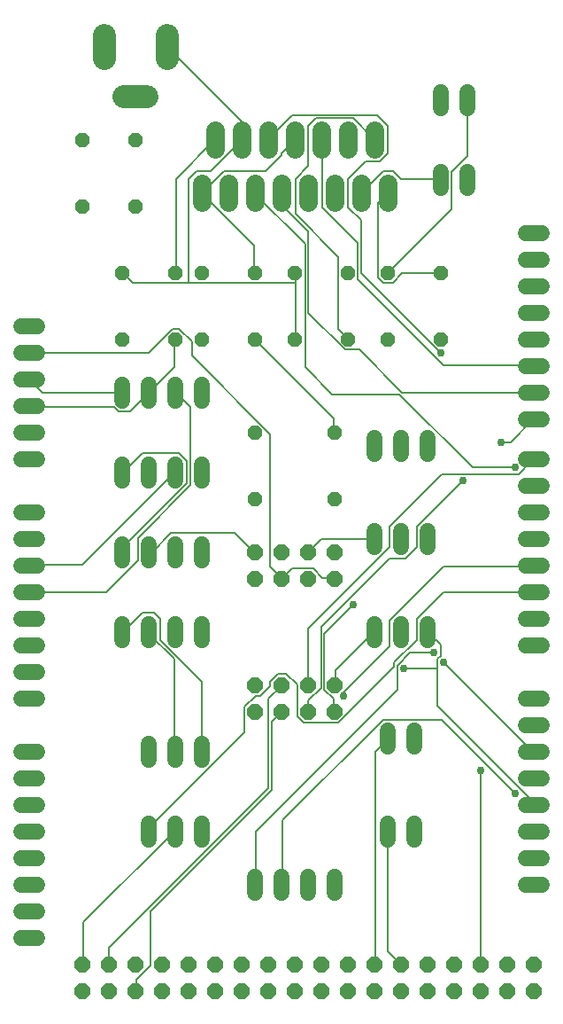
<source format=gbl>
G75*
%MOIN*%
%OFA0B0*%
%FSLAX25Y25*%
%IPPOS*%
%LPD*%
%AMOC8*
5,1,8,0,0,1.08239X$1,22.5*
%
%ADD10OC8,0.05200*%
%ADD11C,0.07087*%
%ADD12C,0.06000*%
%ADD13OC8,0.06000*%
%ADD14C,0.08600*%
%ADD15C,0.00600*%
%ADD16C,0.02978*%
D10*
X0100000Y0206300D03*
X0100000Y0231300D03*
X0100000Y0266300D03*
X0100000Y0291300D03*
X0115000Y0291300D03*
X0115000Y0266300D03*
X0135000Y0266300D03*
X0135000Y0291300D03*
X0150000Y0291300D03*
X0150000Y0266300D03*
X0170000Y0266300D03*
X0170000Y0291300D03*
X0130000Y0231300D03*
X0130000Y0206300D03*
X0080000Y0266300D03*
X0070000Y0266300D03*
X0070000Y0291300D03*
X0080000Y0291300D03*
X0055000Y0316300D03*
X0050000Y0291300D03*
X0050000Y0266300D03*
X0035000Y0316300D03*
X0035000Y0341300D03*
X0055000Y0341300D03*
D11*
X0080000Y0324843D02*
X0080000Y0317757D01*
X0090000Y0317757D02*
X0090000Y0324843D01*
X0085000Y0337757D02*
X0085000Y0344843D01*
X0095000Y0344843D02*
X0095000Y0337757D01*
X0100000Y0324843D02*
X0100000Y0317757D01*
X0110000Y0317757D02*
X0110000Y0324843D01*
X0105000Y0337757D02*
X0105000Y0344843D01*
X0115000Y0344843D02*
X0115000Y0337757D01*
X0125000Y0337757D02*
X0125000Y0344843D01*
X0135000Y0344843D02*
X0135000Y0337757D01*
X0130000Y0324843D02*
X0130000Y0317757D01*
X0140000Y0317757D02*
X0140000Y0324843D01*
X0145000Y0337757D02*
X0145000Y0344843D01*
X0150000Y0324843D02*
X0150000Y0317757D01*
X0120000Y0317757D02*
X0120000Y0324843D01*
D12*
X0018000Y0041300D02*
X0012000Y0041300D01*
X0012000Y0051300D02*
X0018000Y0051300D01*
X0018000Y0061300D02*
X0012000Y0061300D01*
X0012000Y0071300D02*
X0018000Y0071300D01*
X0018000Y0081300D02*
X0012000Y0081300D01*
X0012000Y0091300D02*
X0018000Y0091300D01*
X0018000Y0101300D02*
X0012000Y0101300D01*
X0012000Y0111300D02*
X0018000Y0111300D01*
X0018000Y0131300D02*
X0012000Y0131300D01*
X0012000Y0141300D02*
X0018000Y0141300D01*
X0018000Y0151300D02*
X0012000Y0151300D01*
X0012000Y0161300D02*
X0018000Y0161300D01*
X0018000Y0171300D02*
X0012000Y0171300D01*
X0012000Y0181300D02*
X0018000Y0181300D01*
X0018000Y0191300D02*
X0012000Y0191300D01*
X0012000Y0201300D02*
X0018000Y0201300D01*
X0018000Y0221300D02*
X0012000Y0221300D01*
X0012000Y0231300D02*
X0018000Y0231300D01*
X0018000Y0241300D02*
X0012000Y0241300D01*
X0012000Y0251300D02*
X0018000Y0251300D01*
X0018000Y0261300D02*
X0012000Y0261300D01*
X0012000Y0271300D02*
X0018000Y0271300D01*
X0050000Y0249300D02*
X0050000Y0243300D01*
X0060000Y0243300D02*
X0060000Y0249300D01*
X0070000Y0249300D02*
X0070000Y0243300D01*
X0080000Y0243300D02*
X0080000Y0249300D01*
X0080000Y0219300D02*
X0080000Y0213300D01*
X0070000Y0213300D02*
X0070000Y0219300D01*
X0060000Y0219300D02*
X0060000Y0213300D01*
X0050000Y0213300D02*
X0050000Y0219300D01*
X0050000Y0189300D02*
X0050000Y0183300D01*
X0060000Y0183300D02*
X0060000Y0189300D01*
X0070000Y0189300D02*
X0070000Y0183300D01*
X0080000Y0183300D02*
X0080000Y0189300D01*
X0080000Y0159300D02*
X0080000Y0153300D01*
X0070000Y0153300D02*
X0070000Y0159300D01*
X0060000Y0159300D02*
X0060000Y0153300D01*
X0050000Y0153300D02*
X0050000Y0159300D01*
X0060000Y0114300D02*
X0060000Y0108300D01*
X0070000Y0108300D02*
X0070000Y0114300D01*
X0080000Y0114300D02*
X0080000Y0108300D01*
X0080000Y0084300D02*
X0080000Y0078300D01*
X0070000Y0078300D02*
X0070000Y0084300D01*
X0060000Y0084300D02*
X0060000Y0078300D01*
X0100000Y0064300D02*
X0100000Y0058300D01*
X0110000Y0058300D02*
X0110000Y0064300D01*
X0120000Y0064300D02*
X0120000Y0058300D01*
X0130000Y0058300D02*
X0130000Y0064300D01*
X0150000Y0078300D02*
X0150000Y0084300D01*
X0160000Y0084300D02*
X0160000Y0078300D01*
X0160000Y0113300D02*
X0160000Y0119300D01*
X0150000Y0119300D02*
X0150000Y0113300D01*
X0145000Y0153300D02*
X0145000Y0159300D01*
X0155000Y0159300D02*
X0155000Y0153300D01*
X0165000Y0153300D02*
X0165000Y0159300D01*
X0165000Y0188300D02*
X0165000Y0194300D01*
X0155000Y0194300D02*
X0155000Y0188300D01*
X0145000Y0188300D02*
X0145000Y0194300D01*
X0145000Y0223300D02*
X0145000Y0229300D01*
X0155000Y0229300D02*
X0155000Y0223300D01*
X0165000Y0223300D02*
X0165000Y0229300D01*
X0202000Y0236300D02*
X0208000Y0236300D01*
X0208000Y0246300D02*
X0202000Y0246300D01*
X0202000Y0256300D02*
X0208000Y0256300D01*
X0208000Y0266300D02*
X0202000Y0266300D01*
X0202000Y0276300D02*
X0208000Y0276300D01*
X0208000Y0286300D02*
X0202000Y0286300D01*
X0202000Y0296300D02*
X0208000Y0296300D01*
X0208000Y0306300D02*
X0202000Y0306300D01*
X0180000Y0323300D02*
X0180000Y0329300D01*
X0170000Y0329300D02*
X0170000Y0323300D01*
X0170000Y0353300D02*
X0170000Y0359300D01*
X0180000Y0359300D02*
X0180000Y0353300D01*
X0202000Y0221300D02*
X0208000Y0221300D01*
X0208000Y0211300D02*
X0202000Y0211300D01*
X0202000Y0201300D02*
X0208000Y0201300D01*
X0208000Y0191300D02*
X0202000Y0191300D01*
X0202000Y0181300D02*
X0208000Y0181300D01*
X0208000Y0171300D02*
X0202000Y0171300D01*
X0202000Y0161300D02*
X0208000Y0161300D01*
X0208000Y0151300D02*
X0202000Y0151300D01*
X0202000Y0131300D02*
X0208000Y0131300D01*
X0208000Y0121300D02*
X0202000Y0121300D01*
X0202000Y0111300D02*
X0208000Y0111300D01*
X0208000Y0101300D02*
X0202000Y0101300D01*
X0202000Y0091300D02*
X0208000Y0091300D01*
X0208000Y0081300D02*
X0202000Y0081300D01*
X0202000Y0071300D02*
X0208000Y0071300D01*
X0208000Y0061300D02*
X0202000Y0061300D01*
D13*
X0205000Y0031300D03*
X0205000Y0021300D03*
X0195000Y0021300D03*
X0195000Y0031300D03*
X0185000Y0031300D03*
X0185000Y0021300D03*
X0175000Y0021300D03*
X0175000Y0031300D03*
X0165000Y0031300D03*
X0165000Y0021300D03*
X0155000Y0021300D03*
X0155000Y0031300D03*
X0145000Y0031300D03*
X0145000Y0021300D03*
X0135000Y0021300D03*
X0135000Y0031300D03*
X0125000Y0031300D03*
X0125000Y0021300D03*
X0115000Y0021300D03*
X0115000Y0031300D03*
X0105000Y0031300D03*
X0105000Y0021300D03*
X0095000Y0021300D03*
X0095000Y0031300D03*
X0085000Y0031300D03*
X0085000Y0021300D03*
X0075000Y0021300D03*
X0075000Y0031300D03*
X0065000Y0031300D03*
X0065000Y0021300D03*
X0055000Y0021300D03*
X0055000Y0031300D03*
X0045000Y0031300D03*
X0045000Y0021300D03*
X0035000Y0021300D03*
X0035000Y0031300D03*
X0100000Y0126300D03*
X0100000Y0136300D03*
X0110000Y0136300D03*
X0110000Y0126300D03*
X0120000Y0126300D03*
X0120000Y0136300D03*
X0130000Y0136300D03*
X0130000Y0126300D03*
X0130000Y0176300D03*
X0130000Y0186300D03*
X0120000Y0186300D03*
X0120000Y0176300D03*
X0110000Y0176300D03*
X0110000Y0186300D03*
X0100000Y0186300D03*
X0100000Y0176300D03*
D14*
X0059300Y0357402D02*
X0050700Y0357402D01*
X0043189Y0372000D02*
X0043189Y0380600D01*
X0066811Y0380600D02*
X0066811Y0372000D01*
D15*
X0067200Y0375900D02*
X0066811Y0376300D01*
X0067200Y0375900D02*
X0094800Y0348300D01*
X0094800Y0341700D01*
X0095000Y0341300D01*
X0083400Y0329700D01*
X0078000Y0329700D01*
X0075000Y0326700D01*
X0075000Y0287700D01*
X0115200Y0287700D01*
X0115200Y0266700D01*
X0115000Y0266300D01*
X0118800Y0255900D02*
X0118800Y0302100D01*
X0099600Y0321300D01*
X0100000Y0321300D01*
X0103800Y0329700D02*
X0088200Y0329700D01*
X0079800Y0321300D01*
X0080000Y0321300D01*
X0079800Y0321300D02*
X0099600Y0301500D01*
X0099600Y0291300D01*
X0100000Y0291300D01*
X0100000Y0266300D02*
X0129600Y0236700D01*
X0129600Y0231300D01*
X0130000Y0231300D01*
X0129000Y0245700D02*
X0118800Y0255900D01*
X0129000Y0245700D02*
X0154200Y0245700D01*
X0181800Y0218100D01*
X0198000Y0218100D01*
X0199200Y0215700D02*
X0204600Y0221100D01*
X0205000Y0221300D01*
X0199200Y0215700D02*
X0170400Y0215700D01*
X0150600Y0195900D01*
X0150600Y0188100D01*
X0120000Y0157500D01*
X0120000Y0136300D01*
X0124800Y0135300D02*
X0120000Y0130500D01*
X0120000Y0126300D01*
X0118200Y0122100D02*
X0131400Y0122100D01*
X0152400Y0143100D01*
X0152400Y0144900D01*
X0160800Y0153300D01*
X0160800Y0161100D01*
X0171000Y0171300D01*
X0205000Y0171300D01*
X0204600Y0180900D02*
X0205000Y0181300D01*
X0204600Y0180900D02*
X0171000Y0180900D01*
X0150600Y0160500D01*
X0150600Y0150900D01*
X0133200Y0133500D01*
X0133200Y0132300D01*
X0130000Y0136300D02*
X0130200Y0136500D01*
X0130200Y0141900D01*
X0144600Y0156300D01*
X0145000Y0156300D01*
X0136800Y0166500D02*
X0126000Y0155700D01*
X0126000Y0134700D01*
X0129600Y0131100D01*
X0129600Y0126300D01*
X0130000Y0126300D01*
X0124800Y0135300D02*
X0124800Y0158100D01*
X0150600Y0183900D01*
X0156600Y0183900D01*
X0160800Y0188100D01*
X0160800Y0195900D01*
X0178200Y0213300D01*
X0192600Y0227700D02*
X0196200Y0227700D01*
X0204600Y0236100D01*
X0205000Y0236300D01*
X0205000Y0246300D02*
X0155400Y0246300D01*
X0139200Y0262500D01*
X0133800Y0262500D01*
X0120000Y0276300D01*
X0120000Y0306900D01*
X0110400Y0316500D01*
X0110400Y0321300D01*
X0110000Y0321300D01*
X0115200Y0326700D02*
X0115200Y0313500D01*
X0131400Y0297300D01*
X0131400Y0270300D01*
X0135000Y0266700D01*
X0135000Y0266300D01*
X0138600Y0288900D02*
X0138600Y0302700D01*
X0125400Y0315900D01*
X0125400Y0341100D01*
X0125000Y0341300D01*
X0120000Y0346500D02*
X0123000Y0349500D01*
X0136800Y0349500D01*
X0145000Y0341300D01*
X0150000Y0336300D02*
X0147000Y0333300D01*
X0141600Y0333300D01*
X0135000Y0326700D01*
X0135000Y0315900D01*
X0139800Y0311100D01*
X0139800Y0291300D01*
X0169800Y0261300D01*
X0171000Y0256500D02*
X0138600Y0288900D01*
X0146400Y0289500D02*
X0146400Y0317700D01*
X0150000Y0321300D01*
X0154800Y0326700D02*
X0151800Y0329700D01*
X0148200Y0329700D01*
X0139800Y0321300D01*
X0140000Y0321300D01*
X0150000Y0336300D02*
X0150000Y0346500D01*
X0145800Y0350700D01*
X0114000Y0350700D01*
X0105000Y0341700D01*
X0105000Y0341300D01*
X0109800Y0336300D02*
X0109800Y0335700D01*
X0103800Y0329700D01*
X0109800Y0336300D02*
X0114600Y0341100D01*
X0115000Y0341300D01*
X0120000Y0346500D02*
X0120000Y0331500D01*
X0115200Y0326700D01*
X0115200Y0291300D02*
X0115000Y0291300D01*
X0115200Y0291300D02*
X0115200Y0287700D01*
X0146400Y0289500D02*
X0148200Y0287700D01*
X0151800Y0287700D01*
X0155400Y0291300D01*
X0170000Y0291300D01*
X0150000Y0291300D02*
X0174000Y0315300D01*
X0174000Y0329100D01*
X0180000Y0335100D01*
X0180000Y0356300D01*
X0169800Y0326700D02*
X0170000Y0326300D01*
X0169800Y0326700D02*
X0154800Y0326700D01*
X0171000Y0256500D02*
X0204600Y0256500D01*
X0205000Y0256300D01*
X0165000Y0156300D02*
X0169800Y0151500D01*
X0169800Y0147300D01*
X0168600Y0146100D01*
X0168600Y0142500D01*
X0156000Y0142500D01*
X0153600Y0143700D02*
X0158400Y0148500D01*
X0167400Y0148500D01*
X0168600Y0142500D02*
X0168600Y0128700D01*
X0204600Y0092700D01*
X0204600Y0091500D01*
X0205000Y0091300D01*
X0198000Y0095700D02*
X0170400Y0123300D01*
X0148200Y0123300D01*
X0110400Y0085500D01*
X0110400Y0061500D01*
X0110000Y0061300D01*
X0100200Y0061500D02*
X0100000Y0061300D01*
X0100200Y0061500D02*
X0100200Y0081300D01*
X0153600Y0134700D01*
X0153600Y0143700D01*
X0150000Y0116300D02*
X0150000Y0116100D01*
X0145200Y0111300D01*
X0145200Y0031500D01*
X0145000Y0031300D01*
X0150000Y0036300D02*
X0155000Y0031300D01*
X0150000Y0036300D02*
X0150000Y0081300D01*
X0118200Y0122100D02*
X0115800Y0124500D01*
X0115800Y0136500D01*
X0111600Y0140700D01*
X0108600Y0140700D01*
X0105600Y0137700D01*
X0105600Y0135900D01*
X0102000Y0132300D01*
X0100200Y0132300D01*
X0096000Y0128100D01*
X0096000Y0118500D01*
X0060000Y0082500D01*
X0060000Y0081300D01*
X0069600Y0081300D02*
X0070000Y0081300D01*
X0069600Y0081300D02*
X0035400Y0047100D01*
X0035400Y0031500D01*
X0035000Y0031300D01*
X0045000Y0031300D02*
X0045000Y0037500D01*
X0105000Y0097500D01*
X0105000Y0131100D01*
X0109800Y0135900D01*
X0110000Y0136300D01*
X0110000Y0126300D02*
X0109800Y0126300D01*
X0106200Y0122700D01*
X0106200Y0096900D01*
X0060600Y0051300D01*
X0060600Y0030900D01*
X0055200Y0025500D01*
X0055200Y0021300D01*
X0055000Y0021300D01*
X0069600Y0111300D02*
X0070000Y0111300D01*
X0069600Y0111300D02*
X0069600Y0146100D01*
X0060000Y0155700D01*
X0060000Y0156300D01*
X0064200Y0153300D02*
X0064200Y0161100D01*
X0061800Y0163500D01*
X0057600Y0163500D01*
X0050400Y0156300D01*
X0050000Y0156300D01*
X0043800Y0171300D02*
X0055800Y0183300D01*
X0055800Y0191700D01*
X0075600Y0211500D01*
X0075600Y0240900D01*
X0070200Y0246300D01*
X0070000Y0246300D01*
X0069600Y0255900D02*
X0060000Y0246300D01*
X0052800Y0239100D01*
X0048600Y0239100D01*
X0046800Y0240900D01*
X0015000Y0240900D01*
X0015000Y0241300D01*
X0019800Y0246300D02*
X0015000Y0251100D01*
X0015000Y0251300D01*
X0019800Y0246300D02*
X0050000Y0246300D01*
X0060000Y0261300D02*
X0069000Y0270300D01*
X0071400Y0270300D01*
X0076200Y0265500D01*
X0076200Y0260100D01*
X0105600Y0230700D01*
X0105600Y0180900D01*
X0109800Y0176700D01*
X0110000Y0176300D01*
X0114000Y0180300D01*
X0121800Y0180300D01*
X0125400Y0176700D01*
X0129600Y0176700D01*
X0130000Y0176300D01*
X0120000Y0186300D02*
X0124800Y0191100D01*
X0144600Y0191100D01*
X0145000Y0191300D01*
X0171000Y0144900D02*
X0204600Y0111300D01*
X0205000Y0111300D01*
X0184800Y0104100D02*
X0184800Y0031500D01*
X0185000Y0031300D01*
X0100000Y0186300D02*
X0099600Y0186300D01*
X0092400Y0193500D01*
X0068400Y0193500D01*
X0061200Y0186300D01*
X0060000Y0186300D01*
X0050400Y0186300D02*
X0050000Y0186300D01*
X0050400Y0186300D02*
X0050400Y0188100D01*
X0074400Y0212100D01*
X0074400Y0220500D01*
X0071400Y0223500D01*
X0057600Y0223500D01*
X0050400Y0216300D01*
X0050000Y0216300D01*
X0069600Y0216300D02*
X0034800Y0181500D01*
X0015000Y0181500D01*
X0015000Y0181300D01*
X0015000Y0171300D02*
X0043800Y0171300D01*
X0064200Y0153300D02*
X0079800Y0137700D01*
X0079800Y0111300D01*
X0080000Y0111300D01*
X0070000Y0216300D02*
X0069600Y0216300D01*
X0069600Y0255900D02*
X0069600Y0266100D01*
X0070000Y0266300D01*
X0060000Y0261300D02*
X0015000Y0261300D01*
X0050000Y0291300D02*
X0050400Y0291300D01*
X0054000Y0287700D01*
X0075000Y0287700D01*
X0070200Y0291300D02*
X0070000Y0291300D01*
X0070200Y0291300D02*
X0070200Y0326700D01*
X0084600Y0341100D01*
X0085000Y0341300D01*
D16*
X0169800Y0261300D03*
X0192600Y0227700D03*
X0198000Y0218100D03*
X0178200Y0213300D03*
X0167400Y0148500D03*
X0171000Y0144900D03*
X0156000Y0142500D03*
X0136800Y0166500D03*
X0133200Y0132300D03*
X0184800Y0104100D03*
X0198000Y0095700D03*
M02*

</source>
